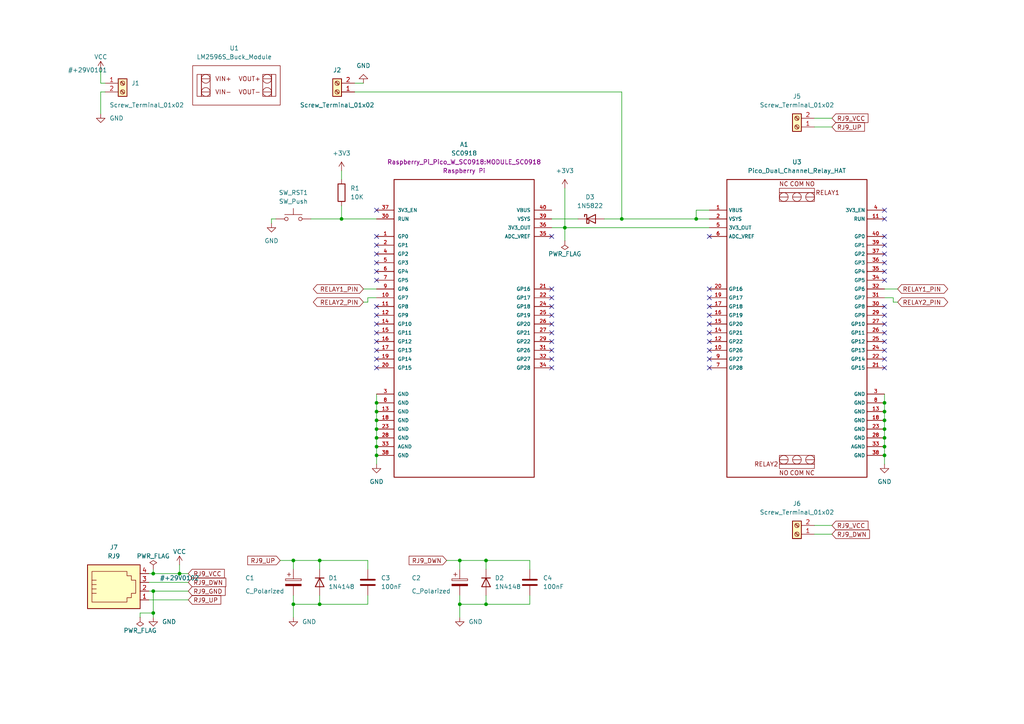
<source format=kicad_sch>
(kicad_sch (version 20211123) (generator eeschema)
  (paper "A4")
  (title_block (title "BLE Sofa Board") (date "2023-12-29") (rev "0.1"))
  (lib_symbols
    (symbol "AZ_Delivery:LM2596S_Buck_Module"
      (property "Reference" "U" (at 0 2.54 0))
      (property "Value" "LM2596S_Buck_Module" (at 0 0 0))
      (symbol "LM2596S_Buck_Module_0_0"
        (rectangle (start -10.16 10.16) (end -11.43 3.81))
        (polyline (pts (xy -10.16 5.08) (xy -7.62 5.08)))
        (polyline (pts (xy -10.16 8.89) (xy -7.62 8.89)))
        (polyline (pts (xy 7.62 5.08) (xy 10.16 5.08)))
        (polyline (pts (xy 7.62 8.89) (xy 10.16 8.89)))
        (rectangle (start 10.16 10.16) (end 11.43 3.81))
        (text "VIN+" (at -3.81 8.89 0) (effects (font (size 1.27 1.27))))
        (text "VIN-" (at -3.81 5.08 0) (effects (font (size 1.27 1.27))))
        (text "VOUT+" (at 3.81 8.89 0) (effects (font (size 1.27 1.27))))
        (text "VOUT-" (at 3.81 5.08 0) (effects (font (size 1.27 1.27))))
      )
      (symbol "LM2596S_Buck_Module_0_1"
        (rectangle (start -12.7 12.7) (end 12.7 1.27))
        (rectangle (start -10.16 10.16) (end -7.62 3.81))
        (circle (center -8.89 5.08) (radius 1.27))
        (circle (center -8.89 8.89) (radius 1.27))
        (rectangle (start 7.62 10.16) (end 10.16 3.81))
        (circle (center 8.89 5.08) (radius 1.27))
        (circle (center 8.89 8.89) (radius 1.27))
      )
    )
    (symbol "Connector:RJ9" (pin_names (offset 1.016))
      (property "Reference" "J" (at -5.08 8.89 0))
      (property "Value" "RJ9" (at 2.54 8.89 0))
      (symbol "RJ9_0_1"
        (polyline (pts (xy -6.35 -0.635) (xy -5.08 -0.635) (xy -5.08 -0.635)))
        (polyline (pts (xy -6.35 0.635) (xy -5.08 0.635) (xy -5.08 0.635)))
        (polyline (pts (xy -6.35 1.905) (xy -5.08 1.905) (xy -5.08 1.905)))
        (polyline (pts (xy -6.35 3.175) (xy -5.08 3.175) (xy -5.08 3.175)))
        (polyline (pts (xy -6.35 -3.175) (xy -6.35 5.715) (xy -1.27 5.715) (xy 3.81 5.715) (xy 3.81 4.445) (xy 5.08 4.445) (xy 5.08 3.175) (xy 6.35 3.175) (xy 6.35 -0.635) (xy 5.08 -0.635) (xy 5.08 -1.905) (xy 3.81 -1.905) (xy 3.81 -3.175) (xy -6.35 -3.175) (xy -6.35 -3.175)))
        (rectangle (start 7.62 7.62) (end -7.62 -5.08) (stroke (width 0.254)) (fill (type background)))
      )
      (symbol "RJ9_1_1"
        (pin passive line (at 10.16 -2.54 180) (length 2.54) (name "~") (number "1"))
        (pin passive line (at 10.16 0 180) (length 2.54) (name "~") (number "2"))
        (pin passive line (at 10.16 2.54 180) (length 2.54) (name "~") (number "3"))
        (pin passive line (at 10.16 5.08 180) (length 2.54) (name "~") (number "4"))
      )
    )
    (symbol "Connector:Screw_Terminal_01x02" (pin_names (offset 1.016) hide)
      (property "Reference" "J" (at 0 2.54 0))
      (property "Value" "Screw_Terminal_01x02" (at 0 -5.08 0))
      (symbol "Screw_Terminal_01x02_1_1"
        (rectangle (start -1.27 1.27) (end 1.27 -3.81) (stroke (width 0.254)) (fill (type background)))
        (circle (center 0 -2.54) (radius 0.635) (stroke (width 0.1524)))
        (polyline (pts (xy -0.5334 -2.2098) (xy 0.3302 -3.048)) (stroke (width 0.1524)))
        (polyline (pts (xy -0.5334 0.3302) (xy 0.3302 -0.508)) (stroke (width 0.1524)))
        (polyline (pts (xy -0.3556 -2.032) (xy 0.508 -2.8702)) (stroke (width 0.1524)))
        (polyline (pts (xy -0.3556 0.508) (xy 0.508 -0.3302)) (stroke (width 0.1524)))
        (circle (center 0 0) (radius 0.635) (stroke (width 0.1524)))
        (pin passive line (at -5.08 0 0) (length 3.81) (name "Pin_1") (number "1"))
        (pin passive line (at -5.08 -2.54 0) (length 3.81) (name "Pin_2") (number "2"))
      )
    )
    (symbol "Device:C" (pin_numbers hide) (pin_names (offset 0.254))
      (property "Reference" "C" (at 0.635 2.54 0))
      (property "Value" "C" (at 0.635 -2.54 0))
      (symbol "C_0_1"
        (polyline (pts (xy -2.032 -0.762) (xy 2.032 -0.762)) (stroke (width 0.508)))
        (polyline (pts (xy -2.032 0.762) (xy 2.032 0.762)) (stroke (width 0.508)))
      )
      (symbol "C_1_1"
        (pin passive line (at 0 3.81 270) (length 2.794) (name "~") (number "1"))
        (pin passive line (at 0 -3.81 90) (length 2.794) (name "~") (number "2"))
      )
    )
    (symbol "Device:C_Polarized" (pin_numbers hide) (pin_names (offset 0.254))
      (property "Reference" "C" (at 0.635 2.54 0))
      (property "Value" "C_Polarized" (at 0.635 -2.54 0))
      (symbol "C_Polarized_0_1"
        (rectangle (start -2.286 0.508) (end 2.286 1.016))
        (polyline (pts (xy -1.778 2.286) (xy -0.762 2.286)))
        (polyline (pts (xy -1.27 2.794) (xy -1.27 1.778)))
        (rectangle (start 2.286 -0.508) (end -2.286 -1.016) (fill (type outline)))
      )
      (symbol "C_Polarized_1_1"
        (pin passive line (at 0 3.81 270) (length 2.794) (name "~") (number "1"))
        (pin passive line (at 0 -3.81 90) (length 2.794) (name "~") (number "2"))
      )
    )
    (symbol "Device:R" (pin_numbers hide) (pin_names (offset 0))
      (property "Reference" "R" (at 2.032 0 90))
      (property "Value" "R" (at 0 0 90))
      (symbol "R_0_1"
        (rectangle (start -1.016 -2.54) (end 1.016 2.54) (stroke (width 0.254)))
      )
      (symbol "R_1_1"
        (pin passive line (at 0 3.81 270) (length 1.27) (name "~") (number "1"))
        (pin passive line (at 0 -3.81 90) (length 1.27) (name "~") (number "2"))
      )
    )
    (symbol "Diode:1N4148" (pin_numbers hide) (pin_names (offset 1.016) hide)
      (property "Reference" "D" (at 0 2.54 0))
      (property "Value" "1N4148" (at 0 -2.54 0))
      (symbol "1N4148_0_1"
        (polyline (pts (xy -1.27 1.27) (xy -1.27 -1.27)) (stroke (width 0.254)))
        (polyline (pts (xy 1.27 0) (xy -1.27 0)))
        (polyline (pts (xy 1.27 1.27) (xy 1.27 -1.27) (xy -1.27 0) (xy 1.27 1.27)) (stroke (width 0.254)))
      )
      (symbol "1N4148_1_1"
        (pin passive line (at -3.81 0 0) (length 2.54) (name "K") (number "1"))
        (pin passive line (at 3.81 0 180) (length 2.54) (name "A") (number "2"))
      )
    )
    (symbol "Diode:1N5822" (pin_numbers hide) (pin_names (offset 1.016) hide)
      (property "Reference" "D" (at 0 2.54 0))
      (property "Value" "1N5822" (at 0 -2.54 0))
      (symbol "1N5822_0_1"
        (polyline (pts (xy 1.27 0) (xy -1.27 0)))
        (polyline (pts (xy 1.27 1.27) (xy 1.27 -1.27) (xy -1.27 0) (xy 1.27 1.27)) (stroke (width 0.254)))
        (polyline (pts (xy -1.905 0.635) (xy -1.905 1.27) (xy -1.27 1.27) (xy -1.27 -1.27) (xy -0.635 -1.27) (xy -0.635 -0.635)) (stroke (width 0.254)))
      )
      (symbol "1N5822_1_1"
        (pin passive line (at -3.81 0 0) (length 2.54) (name "K") (number "1"))
        (pin passive line (at 3.81 0 180) (length 2.54) (name "A") (number "2"))
      )
    )
    (symbol "Raspberry_Pi_Pico_W_SC0918:SC0918" (pin_names (offset 1.016))
      (property "Reference" "A1" (at 0 58.42 0))
      (property "Value" "SC0918" (at 0 55.88 0))
      (property "Footprint" "Raspberry Pi:MODULE_SC0918" (at -12.7 -46.99 0))
      (property "manufacturer" "Raspberry Pi" (at 0 53.34 0))
      (symbol "SC0918_0_0"
        (rectangle (start -20.32 -43.18) (end 20.32 43.18) (stroke (width 0.254)))
        (pin bidirectional line (at -25.4 26.67 0) (length 5.08) (name "GP0") (number "1"))
        (pin bidirectional line (at -25.4 8.89 0) (length 5.08) (name "GP7") (number "10"))
        (pin bidirectional line (at -25.4 6.35 0) (length 5.08) (name "GP8") (number "11"))
        (pin bidirectional line (at -25.4 3.81 0) (length 5.08) (name "GP9") (number "12"))
        (pin power_in line (at -25.4 -24.13 0) (length 5.08) (name "GND") (number "13"))
        (pin bidirectional line (at -25.4 1.27 0) (length 5.08) (name "GP10") (number "14"))
        (pin bidirectional line (at -25.4 -1.27 0) (length 5.08) (name "GP11") (number "15"))
        (pin bidirectional line (at -25.4 -3.81 0) (length 5.08) (name "GP12") (number "16"))
        (pin bidirectional line (at -25.4 -6.35 0) (length 5.08) (name "GP13") (number "17"))
        (pin power_in line (at -25.4 -26.67 0) (length 5.08) (name "GND") (number "18"))
        (pin bidirectional line (at -25.4 -8.89 0) (length 5.08) (name "GP14") (number "19"))
        (pin bidirectional line (at -25.4 24.13 0) (length 5.08) (name "GP1") (number "2"))
        (pin bidirectional line (at -25.4 -11.43 0) (length 5.08) (name "GP15") (number "20"))
        (pin bidirectional line (at 25.4 11.43 180) (length 5.08) (name "GP16") (number "21"))
        (pin bidirectional line (at 25.4 8.89 180) (length 5.08) (name "GP17") (number "22"))
        (pin power_in line (at -25.4 -29.21 0) (length 5.08) (name "GND") (number "23"))
        (pin bidirectional line (at 25.4 6.35 180) (length 5.08) (name "GP18") (number "24"))
        (pin bidirectional line (at 25.4 3.81 180) (length 5.08) (name "GP19") (number "25"))
        (pin bidirectional line (at 25.4 1.27 180) (length 5.08) (name "GP20") (number "26"))
        (pin bidirectional line (at 25.4 -1.27 180) (length 5.08) (name "GP21") (number "27"))
        (pin power_in line (at -25.4 -31.75 0) (length 5.08) (name "GND") (number "28"))
        (pin bidirectional line (at 25.4 -3.81 180) (length 5.08) (name "GP22") (number "29"))
        (pin power_in line (at -25.4 -19.05 0) (length 5.08) (name "GND") (number "3"))
        (pin input line (at -25.4 31.75 0) (length 5.08) (name "RUN") (number "30"))
        (pin bidirectional line (at 25.4 -6.35 180) (length 5.08) (name "GP26") (number "31"))
        (pin bidirectional line (at 25.4 -8.89 180) (length 5.08) (name "GP27") (number "32"))
        (pin power_in line (at -25.4 -34.29 0) (length 5.08) (name "AGND") (number "33"))
        (pin bidirectional line (at 25.4 -11.43 180) (length 5.08) (name "GP28") (number "34"))
        (pin power_in line (at 25.4 26.67 180) (length 5.08) (name "ADC_VREF") (number "35"))
        (pin power_in line (at 25.4 29.21 180) (length 5.08) (name "3V3_OUT") (number "36"))
        (pin input line (at -25.4 34.29 0) (length 5.08) (name "3V3_EN") (number "37"))
        (pin power_in line (at -25.4 -36.83 0) (length 5.08) (name "GND") (number "38"))
        (pin free line (at 25.4 31.75 180) (length 5.08) (name "VSYS") (number "39"))
        (pin bidirectional line (at -25.4 21.59 0) (length 5.08) (name "GP2") (number "4"))
        (pin free line (at 25.4 34.29 180) (length 5.08) (name "VBUS") (number "40"))
        (pin bidirectional line (at -25.4 19.05 0) (length 5.08) (name "GP3") (number "5"))
        (pin bidirectional line (at -25.4 16.51 0) (length 5.08) (name "GP4") (number "6"))
        (pin bidirectional line (at -25.4 13.97 0) (length 5.08) (name "GP5") (number "7"))
        (pin power_in line (at -25.4 -21.59 0) (length 5.08) (name "GND") (number "8"))
        (pin bidirectional line (at -25.4 11.43 0) (length 5.08) (name "GP6") (number "9"))
      )
    )
    (symbol "SB_Components:Pico_Dual_Channel_Relay_HAT"
      (property "Reference" "U" (at 0 20.32 0))
      (property "Value" "Pico_Dual_Channel_Relay_HAT" (at 0 -1.27 0))
      (symbol "Pico_Dual_Channel_Relay_HAT_0_0"
        (rectangle (start -20.32 43.18) (end 20.32 -43.18) (stroke (width 0.254)))
        (rectangle (start -5.08 -39.37) (end 5.08 -40.64))
        (rectangle (start -5.08 39.37) (end 5.08 40.64))
        (polyline (pts (xy -5.08 -38.1) (xy -2.54 -38.1)))
        (polyline (pts (xy -5.08 38.1) (xy -2.54 38.1)))
        (polyline (pts (xy -1.27 -38.1) (xy 1.27 -38.1)))
        (polyline (pts (xy -1.27 38.1) (xy 1.27 38.1)))
        (polyline (pts (xy 0 -39.37) (xy 0 -39.37)))
        (polyline (pts (xy 2.54 -38.1) (xy 5.08 -38.1)))
        (polyline (pts (xy 2.54 38.1) (xy 5.08 38.1)))
        (text "COM" (at 0 -41.91 0) (effects (font (size 1.27 1.27))))
        (text "COM" (at 0 41.91 0) (effects (font (size 1.27 1.27))))
        (text "NC" (at -3.81 41.91 0) (effects (font (size 1.27 1.27))))
        (text "NC" (at 3.81 -41.91 0) (effects (font (size 1.27 1.27))))
        (text "NO" (at -3.81 -41.91 0) (effects (font (size 1.27 1.27))))
        (text "NO" (at 3.81 41.91 0) (effects (font (size 1.27 1.27))))
        (text "RELAY1" (at 8.89 39.37 0) (effects (font (size 1.27 1.27))))
        (text "RELAY2" (at -8.89 -39.37 0) (effects (font (size 1.27 1.27))))
        (pin free line (at -25.4 34.29 0) (length 5.08) (name "VBUS") (number "1"))
        (pin bidirectional line (at -25.4 -6.35 0) (length 5.08) (name "GP26") (number "10"))
        (pin input line (at 25.4 31.75 180) (length 5.08) (name "RUN") (number "11"))
        (pin bidirectional line (at -25.4 -3.81 0) (length 5.08) (name "GP22") (number "12"))
        (pin power_in line (at 25.4 -24.13 180) (length 5.08) (name "GND") (number "13"))
        (pin bidirectional line (at -25.4 -1.27 0) (length 5.08) (name "GP21") (number "14"))
        (pin bidirectional line (at -25.4 1.27 0) (length 5.08) (name "GP20") (number "15"))
        (pin bidirectional line (at -25.4 3.81 0) (length 5.08) (name "GP19") (number "16"))
        (pin bidirectional line (at -25.4 6.35 0) (length 5.08) (name "GP18") (number "17"))
        (pin power_in line (at 25.4 -26.67 180) (length 5.08) (name "GND") (number "18"))
        (pin bidirectional line (at -25.4 8.89 0) (length 5.08) (name "GP17") (number "19"))
        (pin free line (at -25.4 31.75 0) (length 5.08) (name "VSYS") (number "2"))
        (pin bidirectional line (at -25.4 11.43 0) (length 5.08) (name "GP16") (number "20"))
        (pin bidirectional line (at 25.4 -11.43 180) (length 5.08) (name "GP15") (number "21"))
        (pin bidirectional line (at 25.4 -8.89 180) (length 5.08) (name "GP14") (number "22"))
        (pin power_in line (at 25.4 -29.21 180) (length 5.08) (name "GND") (number "23"))
        (pin bidirectional line (at 25.4 -6.35 180) (length 5.08) (name "GP13") (number "24"))
        (pin bidirectional line (at 25.4 -3.81 180) (length 5.08) (name "GP12") (number "25"))
        (pin bidirectional line (at 25.4 -1.27 180) (length 5.08) (name "GP11") (number "26"))
        (pin bidirectional line (at 25.4 1.27 180) (length 5.08) (name "GP10") (number "27"))
        (pin power_in line (at 25.4 -31.75 180) (length 5.08) (name "GND") (number "28"))
        (pin bidirectional line (at 25.4 3.81 180) (length 5.08) (name "GP9") (number "29"))
        (pin power_in line (at 25.4 -19.05 180) (length 5.08) (name "GND") (number "3"))
        (pin bidirectional line (at 25.4 6.35 180) (length 5.08) (name "GP8") (number "30"))
        (pin bidirectional line (at 25.4 8.89 180) (length 5.08) (name "GP7") (number "31"))
        (pin bidirectional line (at 25.4 11.43 180) (length 5.08) (name "GP6") (number "32"))
        (pin power_in line (at 25.4 -34.29 180) (length 5.08) (name "AGND") (number "33"))
        (pin bidirectional line (at 25.4 13.97 180) (length 5.08) (name "GP5") (number "34"))
        (pin bidirectional line (at 25.4 16.51 180) (length 5.08) (name "GP4") (number "35"))
        (pin bidirectional line (at 25.4 19.05 180) (length 5.08) (name "GP3") (number "36"))
        (pin bidirectional line (at 25.4 21.59 180) (length 5.08) (name "GP2") (number "37"))
        (pin power_in line (at 25.4 -36.83 180) (length 5.08) (name "GND") (number "38"))
        (pin bidirectional line (at 25.4 24.13 180) (length 5.08) (name "GP1") (number "39"))
        (pin input line (at 25.4 34.29 180) (length 5.08) (name "3V3_EN") (number "4"))
        (pin bidirectional line (at 25.4 26.67 180) (length 5.08) (name "GP0") (number "40"))
        (pin power_in line (at -25.4 29.21 0) (length 5.08) (name "3V3_OUT") (number "5"))
        (pin power_in line (at -25.4 26.67 0) (length 5.08) (name "ADC_VREF") (number "6"))
        (pin bidirectional line (at -25.4 -11.43 0) (length 5.08) (name "GP28") (number "7"))
        (pin power_in line (at 25.4 -21.59 180) (length 5.08) (name "GND") (number "8"))
        (pin bidirectional line (at -25.4 -8.89 0) (length 5.08) (name "GP27") (number "9"))
      )
      (symbol "Pico_Dual_Channel_Relay_HAT_0_1"
        (rectangle (start -5.08 39.37) (end 5.08 36.83))
        (circle (center -3.81 -38.1) (radius 1.27))
        (circle (center -3.81 38.1) (radius 1.27))
        (circle (center 0 -38.1) (radius 1.27))
        (circle (center 0 38.1) (radius 1.27))
        (circle (center 3.81 -38.1) (radius 1.27))
        (circle (center 3.81 38.1) (radius 1.27))
        (rectangle (start 5.08 -39.37) (end -5.08 -36.83))
      )
    )
    (symbol "Switch:SW_Push" (pin_numbers hide) (pin_names (offset 1.016) hide)
      (property "Reference" "SW" (at 1.27 2.54 0))
      (property "Value" "SW_Push" (at 0 -1.524 0))
      (symbol "SW_Push_0_1"
        (circle (center -2.032 0) (radius 0.508))
        (polyline (pts (xy 0 1.27) (xy 0 3.048)))
        (polyline (pts (xy 2.54 1.27) (xy -2.54 1.27)))
        (circle (center 2.032 0) (radius 0.508))
        (pin passive line (at -5.08 0 0) (length 2.54) (name "1") (number "1"))
        (pin passive line (at 5.08 0 180) (length 2.54) (name "2") (number "2"))
      )
    )
    (symbol "power:+3.3V" (power) (pin_names (offset 0))
      (property "Value" "+3.3V" (at 0 3.556 0))
      (symbol "+3.3V_0_1"
        (polyline (pts (xy -0.762 1.27) (xy 0 2.54)))
        (polyline (pts (xy 0 0) (xy 0 2.54)))
        (polyline (pts (xy 0 2.54) (xy 0.762 1.27)))
      )
      (symbol "+3.3V_1_1"
        (pin power_in line (at 0 0 90) (length 0) hide (name "+3V3") (number "1"))
      )
    )
    (symbol "power:GND" (power) (pin_names (offset 0))
      (property "Value" "GND" (at 0 -3.81 0))
      (symbol "GND_0_1"
        (polyline (pts (xy 0 0) (xy 0 -1.27) (xy 1.27 -1.27) (xy 0 -2.54) (xy -1.27 -1.27) (xy 0 -1.27)))
      )
      (symbol "GND_1_1"
        (pin power_in line (at 0 0 270) (length 0) hide (name "GND") (number "1"))
      )
    )
    (symbol "power:PWR_FLAG" (power) (pin_numbers hide) (pin_names (offset 0) hide)
      (property "Value" "PWR_FLAG" (at 0 3.81 0))
      (symbol "PWR_FLAG_0_0"
        (pin power_out line (at 0 0 90) (length 0) (name "pwr") (number "1"))
      )
      (symbol "PWR_FLAG_0_1"
        (polyline (pts (xy 0 0) (xy 0 1.27) (xy -1.016 1.905) (xy 0 2.54) (xy 1.016 1.905) (xy 0 1.27)))
      )
    )
    (symbol "power:VCC" (power) (pin_names (offset 0))
      (property "Value" "VCC" (at 0 3.81 0))
      (symbol "VCC_0_1"
        (polyline (pts (xy -0.762 1.27) (xy 0 2.54)))
        (polyline (pts (xy 0 0) (xy 0 2.54)))
        (polyline (pts (xy 0 2.54) (xy 0.762 1.27)))
      )
      (symbol "VCC_1_1"
        (pin power_in line (at 0 0 90) (length 0) hide (name "VCC") (number "1"))
      )
    )
  )
  (junction (at 109.22 121.92))
  (junction (at 44.45 177.8))
  (junction (at 163.83 66.04))
  (junction (at 44.45 166.37))
  (junction (at 85.09 175.26))
  (junction (at 92.71 162.56))
  (junction (at 256.54 119.38))
  (junction (at 85.09 162.56))
  (junction (at 109.22 119.38))
  (junction (at 256.54 129.54))
  (junction (at 99.06 63.5))
  (junction (at 109.22 132.08))
  (junction (at 256.54 132.08))
  (junction (at 140.97 162.56))
  (junction (at 109.22 124.46))
  (junction (at 256.54 127))
  (junction (at 256.54 121.92))
  (junction (at 109.22 127))
  (junction (at 201.93 63.5))
  (junction (at 140.97 175.26))
  (junction (at 256.54 116.84))
  (junction (at 52.07 166.37))
  (junction (at 109.22 129.54))
  (junction (at 180.34 63.5))
  (junction (at 109.22 116.84))
  (junction (at 133.35 162.56))
  (junction (at 44.45 171.45))
  (junction (at 133.35 175.26))
  (junction (at 256.54 124.46))
  (junction (at 92.71 175.26))
  (no_connect (at 160.02 106.68))
  (no_connect (at 160.02 104.14))
  (no_connect (at 205.74 91.44))
  (no_connect (at 205.74 93.98))
  (no_connect (at 205.74 96.52))
  (no_connect (at 205.74 99.06))
  (no_connect (at 205.74 88.9))
  (no_connect (at 205.74 106.68))
  (no_connect (at 205.74 104.14))
  (no_connect (at 205.74 101.6))
  (no_connect (at 256.54 73.66))
  (no_connect (at 256.54 81.28))
  (no_connect (at 256.54 78.74))
  (no_connect (at 256.54 76.2))
  (no_connect (at 256.54 60.96))
  (no_connect (at 256.54 63.5))
  (no_connect (at 256.54 68.58))
  (no_connect (at 256.54 71.12))
  (no_connect (at 205.74 83.82))
  (no_connect (at 205.74 86.36))
  (no_connect (at 256.54 106.68))
  (no_connect (at 256.54 104.14))
  (no_connect (at 256.54 99.06))
  (no_connect (at 256.54 96.52))
  (no_connect (at 256.54 88.9))
  (no_connect (at 256.54 91.44))
  (no_connect (at 256.54 93.98))
  (no_connect (at 256.54 101.6))
  (no_connect (at 160.02 68.58))
  (no_connect (at 205.74 68.58))
  (no_connect (at 160.02 99.06))
  (no_connect (at 160.02 101.6))
  (no_connect (at 109.22 60.96))
  (no_connect (at 109.22 68.58))
  (no_connect (at 109.22 106.68))
  (no_connect (at 109.22 104.14))
  (no_connect (at 109.22 101.6))
  (no_connect (at 109.22 96.52))
  (no_connect (at 109.22 99.06))
  (no_connect (at 160.02 91.44))
  (no_connect (at 160.02 93.98))
  (no_connect (at 160.02 88.9))
  (no_connect (at 160.02 86.36))
  (no_connect (at 160.02 83.82))
  (no_connect (at 160.02 96.52))
  (no_connect (at 109.22 93.98))
  (no_connect (at 109.22 91.44))
  (no_connect (at 109.22 88.9))
  (no_connect (at 109.22 71.12))
  (no_connect (at 109.22 73.66))
  (no_connect (at 109.22 76.2))
  (no_connect (at 109.22 78.74))
  (no_connect (at 109.22 81.28))
  (wire (pts (xy 160.02 63.5) (xy 167.64 63.5)))
  (wire (pts (xy 140.97 162.56) (xy 133.35 162.56)))
  (wire (pts (xy 92.71 172.72) (xy 92.71 175.26)))
  (wire (pts (xy 29.21 26.67) (xy 29.21 33.02)))
  (wire (pts (xy 109.22 127) (xy 109.22 129.54)))
  (wire (pts (xy 44.45 165.1) (xy 44.45 166.37)))
  (wire (pts (xy 29.21 20.32) (xy 29.21 24.13)))
  (wire (pts (xy 236.22 154.94) (xy 241.3 154.94)))
  (wire (pts (xy 109.22 129.54) (xy 109.22 132.08)))
  (wire (pts (xy 133.35 162.56) (xy 129.54 162.56)))
  (wire (pts (xy 201.93 63.5) (xy 205.74 63.5)))
  (wire (pts (xy 85.09 175.26) (xy 85.09 179.07)))
  (wire (pts (xy 43.18 173.99) (xy 54.61 173.99)))
  (wire (pts (xy 256.54 129.54) (xy 256.54 132.08)))
  (wire (pts (xy 85.09 175.26) (xy 92.71 175.26)))
  (wire (pts (xy 29.21 24.13) (xy 30.48 24.13)))
  (wire (pts (xy 260.35 83.82) (xy 256.54 83.82)))
  (wire (pts (xy 44.45 166.37) (xy 52.07 166.37)))
  (wire (pts (xy 153.67 172.72) (xy 153.67 175.26)))
  (wire (pts (xy 78.74 63.5) (xy 80.01 63.5)))
  (wire (pts (xy 256.54 121.92) (xy 256.54 124.46)))
  (wire (pts (xy 43.18 171.45) (xy 44.45 171.45)))
  (wire (pts (xy 106.68 162.56) (xy 92.71 162.56)))
  (wire (pts (xy 92.71 175.26) (xy 106.68 175.26)))
  (wire (pts (xy 109.22 63.5) (xy 99.06 63.5)))
  (wire (pts (xy 106.68 165.1) (xy 106.68 162.56)))
  (wire (pts (xy 92.71 165.1) (xy 92.71 162.56)))
  (wire (pts (xy 180.34 63.5) (xy 201.93 63.5)))
  (wire (pts (xy 92.71 162.56) (xy 85.09 162.56)))
  (wire (pts (xy 256.54 86.36) (xy 259.08 86.36)))
  (wire (pts (xy 40.64 179.07) (xy 40.64 177.8)))
  (wire (pts (xy 153.67 165.1) (xy 153.67 162.56)))
  (wire (pts (xy 109.22 116.84) (xy 109.22 119.38)))
  (wire (pts (xy 40.64 177.8) (xy 44.45 177.8)))
  (wire (pts (xy 140.97 172.72) (xy 140.97 175.26)))
  (wire (pts (xy 85.09 172.72) (xy 85.09 175.26)))
  (wire (pts (xy 106.68 86.36) (xy 109.22 86.36)))
  (wire (pts (xy 85.09 162.56) (xy 85.09 165.1)))
  (wire (pts (xy 201.93 60.96) (xy 201.93 63.5)))
  (wire (pts (xy 160.02 66.04) (xy 163.83 66.04)))
  (wire (pts (xy 163.83 54.61) (xy 163.83 66.04)))
  (wire (pts (xy 105.41 83.82) (xy 109.22 83.82)))
  (wire (pts (xy 109.22 124.46) (xy 109.22 127)))
  (wire (pts (xy 175.26 63.5) (xy 180.34 63.5)))
  (wire (pts (xy 52.07 166.37) (xy 54.61 166.37)))
  (wire (pts (xy 163.83 66.04) (xy 205.74 66.04)))
  (wire (pts (xy 102.87 24.13) (xy 105.41 24.13)))
  (wire (pts (xy 236.22 36.83) (xy 241.3 36.83)))
  (wire (pts (xy 256.54 116.84) (xy 256.54 119.38)))
  (wire (pts (xy 256.54 124.46) (xy 256.54 127)))
  (wire (pts (xy 109.22 132.08) (xy 109.22 134.62)))
  (wire (pts (xy 109.22 119.38) (xy 109.22 121.92)))
  (wire (pts (xy 236.22 152.4) (xy 241.3 152.4)))
  (wire (pts (xy 133.35 175.26) (xy 140.97 175.26)))
  (wire (pts (xy 256.54 127) (xy 256.54 129.54)))
  (wire (pts (xy 105.41 87.63) (xy 106.68 87.63)))
  (wire (pts (xy 140.97 165.1) (xy 140.97 162.56)))
  (wire (pts (xy 99.06 59.69) (xy 99.06 63.5)))
  (wire (pts (xy 78.74 63.5) (xy 78.74 64.77)))
  (wire (pts (xy 99.06 63.5) (xy 90.17 63.5)))
  (wire (pts (xy 106.68 87.63) (xy 106.68 86.36)))
  (wire (pts (xy 256.54 114.3) (xy 256.54 116.84)))
  (wire (pts (xy 180.34 26.67) (xy 180.34 63.5)))
  (wire (pts (xy 43.18 166.37) (xy 44.45 166.37)))
  (wire (pts (xy 44.45 171.45) (xy 54.61 171.45)))
  (wire (pts (xy 153.67 175.26) (xy 140.97 175.26)))
  (wire (pts (xy 259.08 87.63) (xy 260.35 87.63)))
  (wire (pts (xy 256.54 119.38) (xy 256.54 121.92)))
  (wire (pts (xy 99.06 49.53) (xy 99.06 52.07)))
  (wire (pts (xy 102.87 26.67) (xy 180.34 26.67)))
  (wire (pts (xy 133.35 175.26) (xy 133.35 179.07)))
  (wire (pts (xy 153.67 162.56) (xy 140.97 162.56)))
  (wire (pts (xy 106.68 172.72) (xy 106.68 175.26)))
  (wire (pts (xy 43.18 168.91) (xy 54.61 168.91)))
  (wire (pts (xy 109.22 121.92) (xy 109.22 124.46)))
  (wire (pts (xy 133.35 162.56) (xy 133.35 165.1)))
  (wire (pts (xy 133.35 172.72) (xy 133.35 175.26)))
  (wire (pts (xy 44.45 171.45) (xy 44.45 177.8)))
  (wire (pts (xy 30.48 26.67) (xy 29.21 26.67)))
  (wire (pts (xy 236.22 34.29) (xy 241.3 34.29)))
  (wire (pts (xy 256.54 132.08) (xy 256.54 134.62)))
  (wire (pts (xy 163.83 66.04) (xy 163.83 69.85)))
  (wire (pts (xy 52.07 163.83) (xy 52.07 166.37)))
  (wire (pts (xy 44.45 177.8) (xy 44.45 179.07)))
  (wire (pts (xy 85.09 162.56) (xy 81.28 162.56)))
  (wire (pts (xy 109.22 114.3) (xy 109.22 116.84)))
  (wire (pts (xy 259.08 86.36) (xy 259.08 87.63)))
  (wire (pts (xy 201.93 60.96) (xy 205.74 60.96)))
  (global_label "RELAY2_PIN" (shape bidirectional) (at 105.41 87.63 180) (property "Intersheet References" "${INTERSHEET_REFS}" (effects hide)))
  (global_label "RJ9_VCC" (shape input) (at 241.3 152.4 0) (property "Intersheet References" "${INTERSHEET_REFS}" (effects hide)))
  (global_label "RJ9_VCC" (shape input) (at 54.61 166.37 0) (property "Intersheet References" "${INTERSHEET_REFS}" (effects hide)))
  (global_label "RJ9_DWN" (shape input) (at 241.3 154.94 0) (property "Intersheet References" "${INTERSHEET_REFS}" (effects hide)))
  (global_label "RELAY1_PIN" (shape bidirectional) (at 105.41 83.82 180) (property "Intersheet References" "${INTERSHEET_REFS}" (effects hide)))
  (global_label "RJ9_VCC" (shape input) (at 241.3 34.29 0) (property "Intersheet References" "${INTERSHEET_REFS}" (effects hide)))
  (global_label "RJ9_GND" (shape input) (at 54.61 171.45 0) (property "Intersheet References" "${INTERSHEET_REFS}" (effects hide)))
  (global_label "RJ9_DWN" (shape input) (at 54.61 168.91 0) (property "Intersheet References" "${INTERSHEET_REFS}" (effects hide)))
  (global_label "RJ9_UP" (shape input) (at 81.28 162.56 180) (property "Intersheet References" "${INTERSHEET_REFS}" (effects hide)))
  (global_label "RJ9_UP" (shape input) (at 241.3 36.83 0) (property "Intersheet References" "${INTERSHEET_REFS}" (effects hide)))
  (global_label "RELAY1_PIN" (shape bidirectional) (at 260.35 83.82 0) (property "Intersheet References" "${INTERSHEET_REFS}" (effects hide)))
  (global_label "RELAY2_PIN" (shape bidirectional) (at 260.35 87.63 0) (property "Intersheet References" "${INTERSHEET_REFS}" (effects hide)))
  (global_label "RJ9_DWN" (shape input) (at 129.54 162.56 180) (property "Intersheet References" "${INTERSHEET_REFS}" (effects hide)))
  (global_label "RJ9_UP" (shape input) (at 54.61 173.99 0) (property "Intersheet References" "${INTERSHEET_REFS}" (effects hide)))
  (symbol (lib_id "power:+3.3V") (at 163.83 54.61 0) (unit 1)
    (property "Reference" "#3V3_PICO0101" (effects hide))
    (property "Value" "+3.3V" (at 163.83 49.53 0))
  )
  (symbol (lib_id "power:GND") (at 44.45 179.07 0) (unit 1)
    (property "Reference" "#PWR0102" (effects hide))
    (property "Value" "GND" (at 46.99 180.3399 0) (effects (justify left)))
  )
  (symbol (lib_id "power:+3.3V") (at 99.06 49.53 0) (unit 1)
    (property "Reference" "#PWR0108" (effects hide))
    (property "Value" "+3.3V" (at 99.06 44.45 0))
  )
  (symbol (lib_id "power:PWR_FLAG") (at 44.45 165.1 0) (unit 1)
    (property "Reference" "#FLG0101" (effects hide))
    (property "Value" "PWR_FLAG" (at 44.45 161.29 0))
  )
  (symbol (lib_id "Device:C") (at 153.67 168.91 0) (unit 1)
    (property "Reference" "C4" (at 157.48 167.6399 0) (effects (justify left)))
    (property "Value" "100nF" (at 157.48 170.1799 0) (effects (justify left)))
  )
  (symbol (lib_id "Connector:Screw_Terminal_01x02") (at 97.79 26.67 180) (unit 1)
    (property "Reference" "J2" (at 97.79 20.32 0))
    (property "Value" "Screw_Terminal_01x02" (at 97.79 30.48 0))
    (property "Footprint" "TerminalBlock:TerminalBlock_bornier-2_P5.08mm" (effects hide))
  )
  (symbol (lib_id "power:PWR_FLAG") (at 40.64 179.07 180) (unit 1)
    (property "Reference" "#FLG0102" (effects hide))
    (property "Value" "PWR_FLAG" (at 40.64 182.88 0))
  )
  (symbol (lib_id "Connector:Screw_Terminal_01x02") (at 231.14 154.94 180) (unit 1)
    (property "Reference" "J6" (at 231.14 146.05 0))
    (property "Value" "Screw_Terminal_01x02" (at 231.14 148.59 0))
    (property "Footprint" "TerminalBlock:TerminalBlock_bornier-2_P5.08mm" (effects hide))
  )
  (symbol (lib_id "Connector:Screw_Terminal_01x02") (at 35.56 24.13 0) (unit 1)
    (property "Reference" "J1" (at 38.1 24.1299 0) (effects (justify left)))
    (property "Value" "Screw_Terminal_01x02" (at 31.75 30.48 0) (effects (justify left)))
    (property "Footprint" "TerminalBlock:TerminalBlock_bornier-2_P5.08mm" (effects hide))
  )
  (symbol (lib_id "Connector:RJ9") (at 33.02 171.45 0) (unit 1)
    (property "Reference" "J7" (at 33.02 158.75 0))
    (property "Value" "RJ9" (at 33.02 161.29 0))
    (property "Footprint" "LibreSolar:4P4C_narrow" (effects hide))
  )
  (symbol (lib_id "Device:R") (at 99.06 55.88 0) (unit 1)
    (property "Reference" "R1" (at 101.6 54.6099 0) (effects (justify left)))
    (property "Value" "10K" (at 101.6 57.1499 0) (effects (justify left)))
  )
  (symbol (lib_id "Switch:SW_Push") (at 85.09 63.5 0) (unit 1)
    (property "Reference" "SW_RST1" (at 85.09 55.88 0))
    (property "Value" "SW_Push" (at 85.09 58.42 0))
    (property "Footprint" "Button_Switch_THT:SW_PUSH_6mm_H4.3mm" (effects hide))
  )
  (symbol (lib_id "Raspberry_Pi_Pico_W_SC0918:SC0918") (at 134.62 95.25 0) (unit 1)
    (property "Reference" "A1" (at 134.62 41.91 0))
    (property "Value" "SC0918" (at 134.62 44.45 0))
    (property "Footprint" "Raspberry_Pi_Pico_W_SC0918:MODULE_SC0918" (at 134.62 46.99 0))
    (property "Datasheet" "https://datasheets.raspberrypi.com/picow/pico-w-datasheet.pdf" (effects hide))
    (property "manufacturer" "Raspberry Pi" (at 134.62 49.53 0))
    (property "P/N" "SC0918" (effects hide))
    (property "PARTREV" "1.6" (effects hide))
    (property "MAXIMUM_PACKAGE_HEIGHT" "3.73mm" (effects hide))
  )
  (symbol (lib_id "Device:C_Polarized") (at 85.09 168.91 0) (unit 1)
    (property "Reference" "C1" (at 71.12 167.64 0) (effects (justify left)))
    (property "Value" "C_Polarized" (at 71.12 171.45 0) (effects (justify left)))
    (property "Footprint" "Capacitor_THT:CP_Radial_D5.0mm_P2.50mm" (effects hide))
  )
  (symbol (lib_id "Device:C_Polarized") (at 133.35 168.91 0) (unit 1)
    (property "Reference" "C2" (at 119.38 167.64 0) (effects (justify left)))
    (property "Value" "C_Polarized" (at 119.38 171.45 0) (effects (justify left)))
    (property "Footprint" "Capacitor_THT:CP_Radial_D5.0mm_P2.50mm" (effects hide))
  )
  (symbol (lib_id "power:VCC") (at 29.21 20.32 0) (unit 1)
    (property "Reference" "#+29V0101" (at 25.4 20.32 0))
    (property "Value" "VCC" (at 29.21 16.51 0))
  )
  (symbol (lib_id "power:GND") (at 109.22 134.62 0) (unit 1)
    (property "Reference" "#PWR0105" (effects hide))
    (property "Value" "GND" (at 109.22 139.7 0))
  )
  (symbol (lib_id "Connector:Screw_Terminal_01x02") (at 231.14 36.83 180) (unit 1)
    (property "Reference" "J5" (at 231.14 27.94 0))
    (property "Value" "Screw_Terminal_01x02" (at 231.14 30.48 0))
    (property "Footprint" "TerminalBlock:TerminalBlock_bornier-2_P5.08mm" (effects hide))
  )
  (symbol (lib_id "SB_Components:Pico_Dual_Channel_Relay_HAT") (at 231.14 95.25 0) (unit 1)
    (property "Reference" "U3" (at 231.14 46.99 0))
    (property "Value" "Pico_Dual_Channel_Relay_HAT" (at 231.14 49.53 0))
    (property "Footprint" "SB_Components:Pico_Dual_Channel_Relay_HAT" (effects hide))
  )
  (symbol (lib_id "power:GND") (at 29.21 33.02 0) (mirror y) (unit 1)
    (property "Reference" "#PWR0104" (effects hide))
    (property "Value" "GND" (at 31.75 34.2899 0) (effects (justify right)))
  )
  (symbol (lib_id "AZ_Delivery:LM2596S_Buck_Module") (at 68.58 31.75 0) (unit 1)
    (property "Reference" "U1" (at 67.945 13.97 0))
    (property "Value" "LM2596S_Buck_Module" (at 67.945 16.51 0))
    (property "Footprint" "AZ_Delivery:LM2596S_Buck_Module" (effects hide))
  )
  (symbol (lib_id "Diode:1N4148") (at 92.71 168.91 270) (unit 1)
    (property "Reference" "D1" (at 95.25 167.6399 90) (effects (justify left)))
    (property "Value" "1N4148" (at 95.25 170.1799 90) (effects (justify left)))
    (property "Footprint" "Diode_THT:D_DO-35_SOD27_P7.62mm_Horizontal" (effects hide))
    (property "Datasheet" "https://assets.nexperia.com/documents/data-sheet/1N4148_1N4448.pdf" (effects hide))
  )
  (symbol (lib_id "power:GND") (at 133.35 179.07 0) (unit 1)
    (property "Reference" "#PWR0111" (effects hide))
    (property "Value" "GND" (at 135.89 180.3399 0) (effects (justify left)))
  )
  (symbol (lib_id "power:GND") (at 105.41 24.13 180) (unit 1)
    (property "Reference" "#PWR0110" (effects hide))
    (property "Value" "GND" (at 105.41 19.05 0))
  )
  (symbol (lib_id "power:GND") (at 256.54 134.62 0) (unit 1)
    (property "Reference" "#PWR0106" (effects hide))
    (property "Value" "GND" (at 256.54 139.7 0))
  )
  (symbol (lib_id "Diode:1N5822") (at 171.45 63.5 0) (unit 1)
    (property "Reference" "D3" (at 171.1325 57.15 0))
    (property "Value" "1N5822" (at 171.1325 59.69 0))
    (property "Footprint" "Diode_THT:D_DO-201AD_P15.24mm_Horizontal" (effects hide))
    (property "Datasheet" "http://www.vishay.com/docs/88526/1n5820.pdf" (effects hide))
  )
  (symbol (lib_id "Device:C") (at 106.68 168.91 0) (unit 1)
    (property "Reference" "C3" (at 110.49 167.6399 0) (effects (justify left)))
    (property "Value" "100nF" (at 110.49 170.1799 0) (effects (justify left)))
  )
  (symbol (lib_id "power:GND") (at 78.74 64.77 0) (unit 1)
    (property "Reference" "#PWR0107" (effects hide))
    (property "Value" "GND" (at 78.74 69.85 0))
  )
  (symbol (lib_id "power:PWR_FLAG") (at 163.83 69.85 180) (unit 1)
    (property "Reference" "#FLG0103" (effects hide))
    (property "Value" "PWR_FLAG" (at 163.83 73.66 0))
  )
  (symbol (lib_id "power:GND") (at 85.09 179.07 0) (unit 1)
    (property "Reference" "#PWR0101" (effects hide))
    (property "Value" "GND" (at 87.63 180.3399 0) (effects (justify left)))
  )
  (symbol (lib_id "power:VCC") (at 52.07 163.83 0) (unit 1)
    (property "Reference" "#+29V0102" (at 52.07 167.64 0))
    (property "Value" "VCC" (at 52.07 160.02 0))
  )
  (symbol (lib_id "Diode:1N4148") (at 140.97 168.91 270) (unit 1)
    (property "Reference" "D2" (at 143.51 167.6399 90) (effects (justify left)))
    (property "Value" "1N4148" (at 143.51 170.1799 90) (effects (justify left)))
    (property "Footprint" "Diode_THT:D_DO-35_SOD27_P7.62mm_Horizontal" (effects hide))
    (property "Datasheet" "https://assets.nexperia.com/documents/data-sheet/1N4148_1N4448.pdf" (effects hide))
  )
)
</source>
